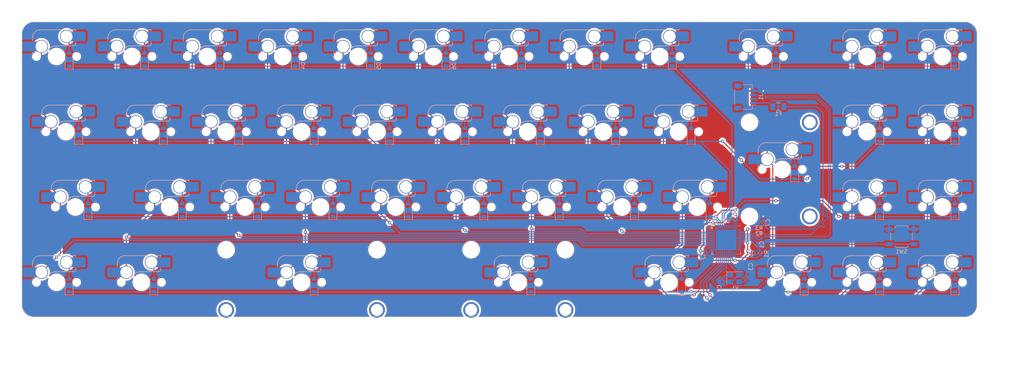
<source format=kicad_pcb>
(kicad_pcb (version 20221018) (generator pcbnew)
  (layers (0 "F.Cu" signal) (31 "B.Cu" signal) (34 "B.Paste" user) (35 "F.Paste" user) (36 "B.SilkS" user "B.Silkscreen") (37 "F.SilkS" user "F.Silkscreen") (38 "B.Mask" user) (39 "F.Mask" user) (44 "Edge.Cuts" user))
  (net 0 "")
  (net 1 "Net-(U1-UCAP)")
  (net 2 "GND")
  (net 3 "XTAL1")
  (net 4 "XTAL2")
  (net 5 "+5V")
  (net 6 "ROW0")
  (net 7 "Net-(D1-A)")
  (net 8 "Net-(D2-A)")
  (net 9 "Net-(D3-A)")
  (net 10 "Net-(D4-A)")
  (net 11 "Net-(D5-A)")
  (net 12 "Net-(D6-A)")
  (net 13 "Net-(D7-A)")
  (net 14 "Net-(D8-A)")
  (net 15 "Net-(D9-A)")
  (net 16 "Net-(D10-A)")
  (net 17 "Net-(D11-A)")
  (net 18 "Net-(D12-A)")
  (net 19 "ROW1")
  (net 20 "Net-(D13-A)")
  (net 21 "Net-(D14-A)")
  (net 22 "Net-(D15-A)")
  (net 23 "Net-(D16-A)")
  (net 24 "Net-(D17-A)")
  (net 25 "Net-(D18-A)")
  (net 26 "Net-(D19-A)")
  (net 27 "Net-(D20-A)")
  (net 28 "Net-(D21-A)")
  (net 29 "Net-(D22-A)")
  (net 30 "Net-(D23-A)")
  (net 31 "Net-(D24-A)")
  (net 32 "ROW2")
  (net 33 "Net-(D25-A)")
  (net 34 "Net-(D26-A)")
  (net 35 "Net-(D27-A)")
  (net 36 "Net-(D28-A)")
  (net 37 "Net-(D29-A)")
  (net 38 "Net-(D30-A)")
  (net 39 "Net-(D31-A)")
  (net 40 "Net-(D32-A)")
  (net 41 "Net-(D33-A)")
  (net 42 "Net-(D34-A)")
  (net 43 "Net-(D35-A)")
  (net 44 "ROW3")
  (net 45 "Net-(D36-A)")
  (net 46 "Net-(D37-A)")
  (net 47 "Net-(D38-A)")
  (net 48 "Net-(D39-A)")
  (net 49 "Net-(D40-A)")
  (net 50 "Net-(D41-A)")
  (net 51 "Net-(D42-A)")
  (net 52 "Net-(D43-A)")
  (net 53 "VCC")
  (net 54 "D-")
  (net 55 "D+")
  (net 56 "COL0")
  (net 57 "COL1")
  (net 58 "COL2")
  (net 59 "COL3")
  (net 60 "COL4")
  (net 61 "COL5")
  (net 62 "COL6")
  (net 63 "COL7")
  (net 64 "COL8")
  (net 65 "COL9")
  (net 66 "COL10")
  (net 67 "COL11")
  (net 68 "Net-(U1-~{RESET})")
  (net 69 "Net-(U1-D+)")
  (net 70 "Net-(U1-D-)")
  (net 71 "Net-(U1-~{HWB}{slash}PE2)")
  (footprint "PCM_marbastlib-mx:STAB_MX_P_3u" (layer "F.Cu") (at 95.25 90.4875 180)
    (fp_text reference "S1" hide)
    (fp_text value "MX_stab")
  )
  (footprint "PCM_marbastlib-mx:STAB_MX_P_2.75u" (layer "F.Cu") (at 150.01875 90.4875 180)
    (fp_text reference "S2" hide)
    (fp_text value "MX_stab")
  )
  (footprint "PCM_marbastlib-mx:STAB_MX_P_ISO-ROT" (layer "F.Cu") (at 216.69375 61.9125)
    (fp_text reference "S3" hide)
    (fp_text value locked "MX_stab")
  )
  (footprint "Diode_SMD:D_SOD-123" (layer "B.Cu") (at 219.86875 62.70625 90)
    (fp_text reference "D22" hide)
    (fp_text value "D_Small")
  )
  (footprint "Diode_SMD:D_SOD-123" (layer "B.Cu") (at 60.325 53.18125 90)
    (fp_text reference "D14" hide)
    (fp_text value "D_Small")
  )
  (footprint "PCM_marbastlib-mx:SW_MX_HS_1u" (layer "B.Cu") (at 157.1625 71.4375 180)
    (fp_text reference "MX31" hide)
    (fp_text value "MX_SW_HS" hide)
  )
  (footprint "Diode_SMD:D_SOD-123" (layer "B.Cu") (at 38.89375 53.18125 90)
    (fp_text reference "D13" hide)
    (fp_text value "D_Small")
  )
  (footprint "PCM_marbastlib-mx:SW_MX_HS_1u" (layer "B.Cu") (at 150.01875 90.4875 180)
    (fp_text reference "MX39" hide)
    (fp_text value "MX_SW_HS" hide)
  )
  (footprint "Capacitor_SMD:C_0402_1005Metric" (layer "B.Cu") (at 209.55 83.089008 90)
    (fp_text reference "C6")
    (fp_text value "0.1u")
  )
  (footprint "Resistor_SMD:R_0402_1005Metric" (layer "B.Cu") (at 210.85375 79.375 180)
    (fp_text reference "R2")
    (fp_text value "22")
  )
  (footprint "Diode_SMD:D_SOD-123" (layer "B.Cu") (at 122.2375 72.23125 90)
    (fp_text reference "D29" hide)
    (fp_text value "D_Small")
  )
  (footprint "Diode_SMD:D_SOD-123" (layer "B.Cu") (at 193.675 53.18125 90)
    (fp_text reference "D21" hide)
    (fp_text value "D_Small")
  )
  (footprint "Diode_SMD:D_SOD-123" (layer "B.Cu") (at 136.525 53.18125 90)
    (fp_text reference "D18" hide)
    (fp_text value "D_Small")
  )
  (footprint "Diode_SMD:D_SOD-123" (layer "B.Cu") (at 41.275 72.23125 90)
    (fp_text reference "D25" hide)
    (fp_text value "D_Small")
  )
  (footprint "PCM_marbastlib-mx:SW_MX_HS_1u" (layer "B.Cu") (at 257.175 71.4375 180)
    (fp_text reference "MX35" hide)
    (fp_text value "MX_SW_HS" hide)
  )
  (footprint "Diode_SMD:D_SOD-123" (layer "B.Cu") (at 55.5625 34.13125 90)
    (fp_text reference "D2" hide)
    (fp_text value "D_Small")
  )
  (footprint "Diode_SMD:D_SOD-123" (layer "B.Cu") (at 260.35 53.18125 90)
    (fp_text reference "D24" hide)
    (fp_text value "D_Small")
  )
  (footprint "PCM_marbastlib-mx:SW_MX_HS_1u" (layer "B.Cu") (at 100.0125 71.4375 180)
    (fp_text reference "MX28" hide)
    (fp_text value "MX_SW_HS" hide)
  )
  (footprint "PCM_marbastlib-mx:SW_MX_HS_1u" (layer "B.Cu") (at 152.4 52.3875 180)
    (fp_text reference "MX19" hide)
    (fp_text value "MX_SW_HS" hide)
  )
  (footprint "Diode_SMD:D_SOD-123" (layer "B.Cu") (at 93.6625 34.13125 90)
    (fp_text reference "D4")
    (fp_text value "D_Small")
  )
  (footprint "PCM_marbastlib-mx:SW_MX_HS_1u" (layer "B.Cu") (at 119.0625 71.4375 180)
    (fp_text reference "MX29" hide)
    (fp_text value "MX_SW_HS" hide)
  )
  (footprint "Diode_SMD:D_SOD-123" (layer "B.Cu") (at 79.375 53.18125 90)
    (fp_text reference "D15" hide)
    (fp_text value "D_Small")
  )
  (footprint "PCM_marbastlib-mx:SW_MX_HS_1u" (layer "B.Cu") (at 257.175 90.4875 180)
    (fp_text reference "MX43" hide)
    (fp_text value "MX_SW_HS" hide)
  )
  (footprint "Diode_SMD:D_SOD-123" (layer "B.Cu") (at 191.29375 91.28125 90)
    (fp_text reference "D40" hide)
    (fp_text value "D_Small")
  )
  (footprint "PCM_marbastlib-mx:SW_MX_HS_1u" (layer "B.Cu") (at 176.2125 71.4375 180)
    (fp_text reference "MX32" hide)
    (fp_text value "MX_SW_HS" hide)
  )
  (footprint "Diode_SMD:D_SOD-123" (layer "B.Cu") (at 141.2875 72.23125 90)
    (fp_text reference "D30" hide)
    (fp_text value "D_Small")
  )
  (footprint "PCM_marbastlib-mx:SW_MX_HS_1.25u" (layer "B.Cu") (at 188.11875 90.4875 180)
    (fp_text reference "MX40" hide)
    (fp_text value "MX_SW_HS" hide)
  )
  (footprint "PCM_marbastlib-mx:SW_MX_HS_1u" (layer "B.Cu") (at 190.5 52.3875 180)
    (fp_text reference "MX21" hide)
    (fp_text value "MX_SW_HS" hide)
  )
  (footprint "Diode_SMD:D_SOD-123" (layer "B.Cu") (at 260.35 72.23125 90)
    (fp_text reference "D35" hide)
    (fp_text value "D_Small")
  )
  (footprint "PCM_marbastlib-mx:SW_MX_HS_1u" (layer "B.Cu") (at 238.125 71.4375 180)
    (fp_text reference "MX34" hide)
    (fp_text value "MX_SW_HS" hide)
  )
  (footprint "Crystal:Crystal_SMD_3225-4Pin_3.2x2.5mm" (layer "B.Cu") (at 204.683641 89.50625)
    (fp_text reference "Y1")
    (fp_text value "16MHz")
  )
  (footprint "PCM_marbastlib-mx:SW_MX_HS_1u" (layer "B.Cu") (at 138.1125 71.4375 180)
    (fp_text reference "MX30" hide)
    (fp_text value "MX_SW_HS" hide)
  )
  (footprint "Diode_SMD:D_SOD-123" (layer "B.Cu") (at 241.3 91.28125 90)
    (fp_text reference "D42" hide)
    (fp_text value "D_Small")
  )
  (footprint "Package_DFN_QFN:QFN-44-1EP_7x7mm_P0.5mm_EP5.2x5.2mm" (layer "B.Cu") (at 202.55 79.77625 180)
    (fp_text reference "U1")
    (fp_text value "ATmega32U4-M")
  )
  (footprint "PCM_marbastlib-mx:SW_MX_HS_1u" (layer "B.Cu") (at 61.9125 71.4375 180)
    (fp_text reference "MX26" hide)
    (fp_text value "MX_SW_HS" hide)
  )
  (footprint "PCM_marbastlib-mx:SW_MX_HS_1u" (layer "B.Cu") (at 71.4375 33.3375 180)
    (fp_text reference "MX3" hide)
    (fp_text value "MX_SW_HS" hide)
  )
  (footprint "Capacitor_SMD:C_0402_1005Metric" (layer "B.Cu") (at 210.34375 80.9625 90)
    (fp_text reference "C1")
    (fp_text value "1u")
  )
  (footprint "Diode_SMD:D_SOD-123" (layer "B.Cu") (at 36.5125 34.13125 90)
    (fp_text reference "D1" hide)
    (fp_text value "D_Small")
  )
  (footprint "PCM_marbastlib-mx:SW_MX_HS_1u" (layer "B.Cu") (at 33.3375 33.3375 180)
    (fp_text reference "MX1" hide)
    (fp_text value "MX_SW_HS" hide)
  )
  (footprint "Diode_SMD:D_SOD-123" (layer "B.Cu") (at 241.3 53.18125 90)
    (fp_text reference "D23" hide)
    (fp_text value "D_Small")
  )
  (footprint "PCM_marbastlib-mx:SW_MX_HS_1u" (layer "B.Cu") (at 90.4875 33.3375 180)
    (fp_text reference "MX4" hide)
    (fp_text value "MX_SW_HS" hide)
  )
  (footprint "Diode_SMD:D_SOD-123" (layer "B.Cu") (at 150.8125 34.13125 90)
    (fp_text reference "D7" hide)
    (fp_text value "D_Small")
  )
  (footprint "PCM_marbastlib-mx:SW_MX_HS_1.75u" (layer "B.Cu") (at 211.93125 33.3375 180)
    (fp_text reference "MX10" hide)
    (fp_text value "MX_SW_HS" hide)
  )
  (footprint "Diode_SMD:D_SOD-123" (layer "B.Cu") (at 117.475 53.18125 90)
    (fp_text reference "D17" hide)
    (fp_text value "D_Small")
  )
  (footprint "Diode_SMD:D_SOD-123" (layer "B.Cu") (at 112.7125 34.13125 90)
    (fp_text reference "D5")
    (fp_text value "D_Small")
  )
  (footprint "PCM_marbastlib-mx:SW_MX_HS_1u" (layer "B.Cu") (at 216.69375 61.9125 180)
    (fp_text reference "MX22" hide)
    (fp_text value "MX_SW_HS" hide)
  )
  (footprint "Capacitor_SMD:C_0402_1005Metric" (layer "B.Cu") (at 211.93125 75.40625 90)
    (fp_text reference "C7")
    (fp_text value "10u")
  )
  (footprint "Diode_SMD:D_SOD-123" (layer "B.Cu") (at 98.425 91.28125 90)
    (fp_text reference "D38" hide)
    (fp_text value "D_Small")
  )
  (footprint "PCM_marbastlib-mx:SW_MX_HS_1.25u" (layer "B.Cu") (at 54.76875 90.4875 180)
    (fp_text reference "MX37" hide)
    (fp_text value "MX_SW_HS" hide)
  )
  (footprint "Diode_SMD:D_SOD-123" (layer "B.Cu") (at 153.19375 91.28125 90)
    (fp_text reference "D39" hide)
    (fp_text value "D_Small")
  )
  (footprint "Diode_SMD:D_SOD-123" (layer "B.Cu") (at 241.3 72.23125 90)
    (fp_text reference "D34" hide)
    (fp_text value "D_Small")
  )
  (footprint "Diode_SMD:D_SOD-123" (layer "B.Cu") (at 160.3375 72.23125 90)
    (fp_text reference "D31" hide)
    (fp_text value "D_Small")
  )
  (footprint "Diode_SMD:D_SOD-123" (layer "B.Cu") (at 260.35 34.13125 90)
    (fp_text reference "D12" hide)
    (fp_text value "D_Small")
  )
  (footprint "Diode_SMD:D_SOD-123" (layer "B.Cu") (at 174.625 53.18125 90)
    (fp_text reference "D20" hide)
    (fp_text value "D_Small")
  )
  (footprint "Diode_SMD:D_SOD-123" (layer "B.Cu") (at 84.1375 72.23125 90)
    (fp_text reference "D27" hide)
    (fp_text value "D_Small")
  )
  (footprint "Diode_SMD:D_SOD-123" (layer "B.Cu") (at 169.8625 34.13125 90)
    (fp_text reference "D8" hide)
    (fp_text value "D_Small")
  )
  (footprint "PCM_marbastlib-mx:SW_MX_HS_1u" (layer "B.Cu") (at 33.3375 90.4875 180)
    (fp_text reference "MX36" hide)
    (fp_text value "MX_SW_HS" hide)
  )
  (footprint "Diode_SMD:D_SOD-123" (layer "B.Cu") (at 222.25 91.28125 90)
    (fp_text reference "D41" hide)
    (fp_text value "D_Small")
  )
  (footprint "PCM_marbastlib-mx:SW_MX_HS_1u" (layer "B.Cu") (at 166.6875 33.3375 180)
    (fp_text reference "MX8" hide)
    (fp_text value "MX_SW_HS" hide)
  )
  (footprint "Diode_SMD:D_SOD-123" (layer "B.Cu") (at 241.3 34.13125 90)
    (fp_text reference "D11" hide)
    (fp_text value "D_Small")
  )
  (footprint "Fuse:Fuse_1206_3216Metric" (layer "B.Cu") (at 215.7125 46.0375)
    (fp_text reference "F1")
    (fp_text value "500mA")
  )
  (footprint "PCM_marbastlib-mx:SW_MX_HS_1u" (layer "B.Cu") (at 195.2625 71.4375 180)
    (fp_text reference locked "MX33" hide)
    (fp_text value "MX_SW_HS" hide)
  )
  (footprint "PCM_marbastlib-mx:SW_MX_HS_1u" (layer "B.Cu") (at 238.125 52.3875 180)
    (fp_text reference "MX23" hide)
    (fp_text value "MX_SW_HS" hide)
  )
  (footprint "Diode_SMD:D_SOD-123" (layer "B.Cu") (at 36.5125 91.28125 90)
    (fp_text reference "D36" hide)
    (fp_text value "D_Small")
  )
  (footprint "Resistor_SMD:R_0402_1005Metric" (layer "B.Cu") (at 210.85375 77.917424 180)
    (fp_text reference "R3")
    (fp_text value "22")
  )
  (footprint "Diode_SMD:D_SOD-123" (layer "B.Cu") (at 155.575 53.18125 90)
    (fp_text reference "D19" hide)
    (fp_text value "D_Small")
  )
  (footprint "Diode_SMD:D_SOD-123" (layer "B.Cu") (at 57.94375 91.28125 90)
    (fp_text reference "D37" hide)
    (fp_text value "D_Small")
  )
  (footprint "Resistor_SMD:R_0402_1005Metric" (layer "B.Cu") (at 211.1375 83.06 -90)
    (fp_text reference "R1")
    (fp_text value "10k")
  )
  (footprint "Connector_JST:JST_SH_SM04B-SRSS-TB_1x04-1MP_P1.00mm_Horizontal" (layer "B.Cu") (at 207.35625 43.586362 90)
    (fp_text reference "J1")
    (fp_text value "Conn_01x04")
  )
  (footprint "PCM_marbastlib-mx:SW_MX_HS_1u" (layer "B.Cu") (at 57.15 52.3875 180)
    (fp_text reference "MX14" hide)
    (fp_text value "MX_SW_HS" hide)
  )
  (footprint "PCM_marbastlib-mx:SW_MX_HS_1u" (layer "B.Cu") (at 95.25 90.4875 180)
    (fp_text reference "MX38" hide)
    (fp_text value "MX_SW_HS" hide)
  )
  (footprint "Diode_SMD:D_SOD-123" (layer "B.Cu") (at 98.425 53.18125 90)
    (fp_text reference "D16" hide)
    (fp_text value "D_Small")
  )
  (footprint "PCM_marbastlib-mx:SW_MX_HS_1u" (layer "B.Cu") (at 185.7375 33.3375 180)
    (fp_text reference "MX9" hide)
    (fp_text value "MX_SW_HS" hide)
  )
  (footprint "Capacitor_SMD:C_0402_1005Metric" (layer "B.Cu") (at 207.55239 89.45 -90)
    (fp_text reference "C3")
    (fp_text value "22p")
  )
  (footprint "Resistor_SMD:R_0402_1005Metric" (layer "B.Cu") (at 197.64375 76.2 90)
    (fp_text reference "R4")
    (fp_text value "10k")
  )
  (footprint "PCM_marbastlib-mx:SW_MX_HS_1.5u" (layer "B.Cu") (at 38.1 71.4375 180)
    (fp_text reference "MX25" hide)
    (fp_text value "MX_SW_HS" hide)
  )
  (footprint "PCM_marbastlib-mx:SW_MX_HS_1.25u" (layer "B.Cu") (at 35.71875 52.3875 180)
    (fp_text reference "MX13" hide)
    (fp_text value "MX_SW_HS" hide)
  )
  (footprint "PCM_marbastlib-mx:SW_MX_HS_1u" (layer "B.Cu") (at 95.25 52.3875 180)
    (fp_text reference "MX16" hide)
    (fp_text value "MX_SW_HS" hide)
  )
  (footprint "Diode_SMD:D_SOD-123" (layer "B.Cu") (at 74.6125 34.13125 90)
    (fp_text reference "D3" hide)
    (fp_text value "D_Small")
  )
  (footprint "PCM_marbastlib-mx:SW_MX_HS_1u" (layer "B.Cu") (at 114.3 52.3875 180)
    (fp_text reference "MX17" hide)
    (fp_text value "MX_SW_HS" hide)
  )
  (footprint "PCM_marbastlib-mx:SW_MX_HS_1u" (layer "B.Cu") (at 238.125 33.3375 180)
    (fp_text reference "MX11" hide)
    (fp_text value "MX_SW_HS" hide)
  )
  (footprint "Diode_SMD:D_SOD-123" (layer "B.Cu") (at 65.0875 72.23125 90)
    (fp_text reference "D26" hide)
    (fp_text value "D_Small")
  )
  (footprint "PCM_marbastlib-mx:SW_MX_HS_1u" (layer "B.Cu") (at 109.5375 33.3375 180)
    (fp_text reference "MX5" hide)
    (fp_text value "MX_SW_HS" hide)
  )
  (footprint "Capacitor_SMD:C_0402_1005Metric" (layer "B.Cu") (at 201.99614 89.50625 90)
    (fp_text reference "C2")
    (fp_text value "22p")
  )
  (footprint "PCM_marbastlib-mx:SW_MX_HS_1u" (layer "B.Cu") (at 52.3875 33.3375 180)
    (fp_text reference "MX2" hide)
    (fp_text value "MX_SW_HS" hide)
  )
  (footprint "PCM_marbastlib-mx:SW_MX_HS_1u" (layer "B.Cu") (at 80.9625 71.4375 180)
    (fp_text reference "MX27" hide)
    (fp_text value "MX_SW_HS" hide)
  )
  (footprint "Diode_SMD:D_SOD-123" (layer "B.Cu") (at 188.9125 34.13125 90)
    (fp_text reference "D9" hide)
    (fp_text value "D_Small")
  )
  (footprint "Diode_SMD:D_SOD-123" (layer "B.Cu") (at 198.4375 72.23125 90)
    (fp_text reference "D33" hide)
    (fp_text value "D_Small")
  )
  (footprint "Diode_SMD:D_SOD-123" (layer "B.Cu") (at 260.35 91.28125 90)
    (fp_text reference "D43" hide)
    (fp_text value "D_Small")
  )
  (footprint "PCM_marbastlib-mx:SW_MX_HS_1u" (layer "B.Cu") (at 76.2 52.3875 180)
    (fp_text reference "MX15" hide)
    (fp_text value "MX_SW_HS" hide)
  )
  (footprint "PCM_marbastlib-mx:SW_MX_HS_1u" (layer "B.Cu") (at 219.075 90.4875 180)
    (fp_text reference "MX41" hide)
    (fp_text value "MX_SW_HS" hide)
  )
  (footprint "Diode_SMD:D_SOD-123" (layer "B.Cu") (at 179.3875 72.23125 90)
    (fp_text reference "D32" hide)
    (fp_text value "D_Small")
  )
  (footprint "Capacitor_SMD:C_0402_1005Metric" (layer "B.Cu") (at 197.304339 83.004339 -45)
    (fp_text reference "C4")
    (fp_text value "0.1u")
  )
  (footprint "Diode_SMD:D_SOD-123" (layer "B.Cu") (at 103.1875 72.23125 90)
    (fp_text reference "D28" hide)
    (fp_text value "D_Small")
  )
  (footprint "PCM_marbastlib-mx:SW_MX_HS_1u" (layer "B.Cu") (at 257.175 33.3375 180)
    (fp_text reference "MX12" hide)
    (fp_text value "MX_SW_HS" hide)
  )
  (footprint "PCM_marbastlib-mx:SW_MX_HS_1u" (layer "B.Cu") (at 171.45 52.3875 180)
    (fp_text reference "MX20" hide)
    (fp_text value "MX_SW_HS" hide)
  )
  (footprint "PCM_marbastlib-mx:SW_MX_HS_1u" (layer "B.Cu") (at 128.5875 33.3375 180)
    (fp_text reference "MX6" hide)
    (fp_text value "MX_SW_HS" hide)
  )
  (footprint "Diode_SMD:D_SOD-123" (layer "B.Cu") (at 215.10625 34.13125 90)
    (fp_text reference "D10" hide)
    (fp_text value "D_Small")
  )
  (footprint "Button_Switch_SMD:SW_SPST_TL3342" (layer "B.Cu") (at 246.85625 78.934888)
    (fp_text reference "SW1")
    (fp_text value "SW_Push")
  )
  (footprint "PCM_marbastlib-mx:SW_MX_HS_1u" (layer "B.Cu") (at 133.35 52.3875 180)
    (fp_text reference "MX18" hide)
    (fp_text value "MX_SW_HS" hide)
  )
  (footprint "Capacitor_SMD:C_0402_1005Metric" (layer "B.Cu") (at 204.7875 74.6125 180)
    (fp_text reference "C5")
    (fp_text value "0.1u")
  )
  (footprint "PCM_marbastlib-mx:SW_MX_HS_1u" (layer "B.Cu") (at 238.125 90.4875 180)
    (fp_text reference "MX42" hide)
    (fp_text value "MX_SW_HS" hide)
  )
  (footprint "Diode_SMD:D_SOD-123" (layer "B.Cu") (at 131.7625 34.13125 90)
    (fp_text reference "D6")
    (fp_text value "D_Small")
  )
  (footprint "PCM_marbastlib-mx:SW_MX_HS_1u" (layer "B.Cu") (at 147.6375 33.3375 180)
    (fp_text reference "MX7" hide)
    (fp_text value "MX_SW_HS" hide)
  )
  (footprint "PCM_marbastlib-mx:SW_MX_HS_1u" (layer "B.Cu") (at 257.175 52.3875 180)
    (fp_text reference "MX24" hide)
    (fp_text value "MX_SW_HS" hide)
  )
  (gr_line (start 24.60625 27.60625) (end 24.60625 96.21875) (stroke (width 0.1)) (layer "Edge.Cuts"))
  (gr_arc (start 265.90625 96.21875) (mid 265.02757 98.34007) (end 262.90625 99.21875) (stroke (width 0.1)) (layer "Edge.Cuts"))
  (gr_arc (start 27.60625 99.21875) (mid 25.48493 98.34007) (end 24.60625 96.21875) (stroke (width 0.1)) (layer "Edge.Cuts"))
  (gr_line (start 262.90625 24.60625) (end 27.60625 24.60625) (stroke (width 0.1)) (layer "Edge.Cuts"))
  (gr_arc (start 24.60625 27.60625) (mid 25.48493 25.48493) (end 27.60625 24.60625) (stroke (width 0.1)) (layer "Edge.Cuts"))
  (gr_line (start 265.90625 96.21875) (end 265.90625 27.60625) (stroke (width 0.1)) (layer "Edge.Cuts"))
  (gr_arc (start 262.90625 24.60625) (mid 265.027556 25.484944) (end 265.90625 27.60625) (stroke (width 0.1)) (layer "Edge.Cuts"))
  (gr_line (start 27.60625 99.21875) (end 262.90625 99.21875) (stroke (width 0.1)) (layer "Edge.Cuts"))
  (segment (start 208.667062 79.77625) (end 210.333312 81.4425) (width 0.254) (layer "B.Cu") (net 1))
  (segment (start 210.333312 81.4425) (end 210.34375 81.4425) (width 0.254) (layer "B.Cu") (net 1))
  (segment (start 205.8875 79.77625) (end 208.667062 79.77625) (width 0.254) (layer "B.Cu") (net 1))
  (via (at 211.93125 42.06875) (size 0.8) (drill 0.4) (layers "F.Cu" "B.Cu") (net 2))
  (via (at 211.93125 73.81875) (size 0.8) (drill 0.4) (layers "F.Cu" "B.Cu") (net 2))
  (segment (start 207.86614 88.97) (end 207.55239 88.97) (width 0.25) (layer "B.Cu") (net 2))
  (segment (start 204.3075 74.6125) (end 204.55 74.855) (width 0.254) (layer "B.Cu") (net 2))
  (segment (start 210.98075 81.109062) (end 210.354188 80.4825) (width 0.254) (layer "B.Cu") (net 2))
  (segment (start 208.34614 89.45) (end 207.86614 88.97) (width 0.25) (layer "B.Cu") (net 2))
  (segment (start 200.55 75.1375) (end 200.55 76.43875) (width 0.254) (layer "B.Cu") (net 2))
  (segment (start 250.00625 77.034888) (end 243.70625 77.034888) (width 0.254) (layer "B.Cu") (net 2))
  (segment (start 198.71125 82.27625) (end 199.2125 82.27625) (width 0.254) (layer "B.Cu") (net 2))
  (segment (start 202.301992 79.77625) (end 202.55 79.77625) (width 0.25) (layer "B.Cu") (net 2))
  (segment (start 203.58364 90.356251) (end 203.83364 90.356251) (width 0.25) (layer "B.Cu") (net 2))
  (segment (start 199.2125 82.276251) (end 199.801991 82.276251) (width 0.25) (layer "B.Cu") (net 2))
  (segment (start 204.55 74.855) (end 204.55 76.43875) (width 0.254) (layer "B.Cu") (net 2))
  (segment (start 209.1375 79.27625) (end 205.8875 79.27625) (width 0.254) (layer "B.Cu") (net 2))
  (segment (start 207.55239 87.838603) (end 206.995037 87.28125) (width 0.25) (layer "B.Cu") (net 2))
  (segment (start 197.64375 75.69) (end 198.6755 74.65825) (width 0.254) (layer "B.Cu") (net 2))
  (segment (start 203.55 82.528242) (end 202.778008 81.75625) (width 0.25) (layer "B.Cu") (net 2))
  (segment (start 210.98075 81.913) (end 210.98075 81.109062) (width 0.254) (layer "B.Cu") (net 2))
  (segment (start 210.34375 80.4825) (end 209.1375 79.27625) (width 0.254) (layer "B.Cu") (net 2))
  (segment (start 205.8875 79.27625) (end 203.05 79.27625) (width 0.254) (layer "B.Cu") (net 2))
  (segment (start 203.58364 90.356251) (end 204.508639 91.28125) (width 0.25) (layer "B.Cu") (net 2))
  (segment (start 243.70625 77.034888) (end 240.36025 80.380888) (width 0.254) (layer "B.Cu") (net 2))
  (segment (start 240.36025 80.380888) (end 212.022424 80.380888) (width 0.254) (layer "B.Cu") (net 2))
  (segment (start 202.778008 81.75625) (end 200.025 81.75625) (width 0.25) (layer "B.Cu") (net 2))
  (segment (start 206.995037 87.28125) (end 205.55 87.28125) (width 0.25) (layer "B.Cu") (net 2))
  (segment (start 207.16875 91.28125) (end 208.34614 90.103859) (width 0.25) (layer "B.Cu") (net 2))
  (segment (start 200.55 76.438751) (end 200.55 77.77625) (width 0.25) (layer "B.Cu") (net 2))
  (segment (start 203.58364 90.356251) (end 202.36614 90.35625) (width 0.25) (layer "B.Cu") (net 2))
  (segment (start 211.93125 74.92625) (end 211.93125 73.81875) (width 0.254) (layer "B.Cu") (net 2))
  (segment (start 198.6755 74.65825) (end 200.07075 74.65825) (width 0.254) (layer "B.Cu") (net 2))
  (segment (start 200.07075 74.65825) (end 200.55 75.1375) (width 0.254) (layer "B.Cu") (net 2))
  (segment (start 204.55 76.438751) (end 204.55 77.77625) (width 0.25) (layer "B.Cu") (net 2))
  (segment (start 205.55 87.28125) (end 203.55 85.28125) (width 0.25) (layer "B.Cu") (net 2))
  (segment (start 199.801991 82.276251) (end 202.301992 79.77625) (width 0.25) (layer "B.Cu") (net 2))
  (segment (start 203.983639 90.35625) (end 203.58364 90.356251) (width 0.25) (layer "B.Cu") (net 2))
  (segment (start 204.508639 91.28125) (end 207.16875 91.28125) (width 0.25) (layer "B.Cu") (net 2))
  (segment (start 203.55 83.11375) (end 203.55 82.528242) (width 0.25) (layer "B.Cu") (net 2))
  (segment (start 202.36614 90.35625) (end 201.99614 89.98625) (width 0.25) (layer "B.Cu") (net 2))
  (segment (start 207.55239 88.97) (end 207.55239 87.838603) (width 0.25) (layer "B.Cu") (net 2))
  (segment (start 209.35625 42.086362) (end 211.913638 42.086362) (width 0.381) (layer "B.Cu") (net 2))
  (segment (start 205.78364 88.65625) (end 205.683639 88.65625) (width 0.25) (layer "B.Cu") (net 2))
  (segment (start 210.354188 80.4825) (end 210.34375 80.4825) (width 0.254) (layer "B.Cu") (net 2))
  (segment (start 203.55 85.28125) (end 203.55 83.11375) (width 0.25) (layer "B.Cu") (net 2))
  (segment (start 204.3075 74.6125) (end 204.23625 74.6125) (width 0.254) (layer "B.Cu") (net 2))
  (segment (start 209.55 82.609008) (end 210.284742 82.609008) (width 0.254) (layer "B.Cu") (net 2))
  (segment (start 210.284742 82.609008) (end 210.98075 81.913) (width 0.254) (layer "B.Cu") (net 2))
  (segment (start 197.64375 83.34375) (end 198.71125 82.27625) (width 0.254) (layer "B.Cu") (net 2))
  (segment (start 208.34614 90.103859) (end 208.34614 89.45) (width 0.25) (layer "B.Cu") (net 2))
  (segment (start 205.683639 88.65625) (end 203.983639 90.35625) (width 0.25) (layer "B.Cu") (net 2))
  (segment (start 211.913638 42.086362) (end 211.93125 42.06875) (width 0.381) (layer "B.Cu") (net 2))
  (segment (start 203.58364 88.65625) (end 202.366141 88.656251) (width 0.25) (layer "B.Cu") (net 3))
  (segment (start 202.55 87.62261) (end 203.58364 88.65625) (width 0.25) (layer "B.Cu") (net 3))
  (segment (start 202.55 83.11375) (end 202.55 87.62261) (width 0.25) (layer "B.Cu") (net 3))
  (segment (start 202.366141 88.656251) (end 201.996141 89.026251) (width 0.25) (layer "B.Cu") (net 3))
  (segment (start 205.20625 87.73125) (end 203.05 85.575) (width 0.25) (layer "B.Cu") (net 4))
  (segment (start 203.05 85.575) (end 203.05 83.11375) (width 0.25) (layer "B.Cu") (net 4))
  (segment (start 206.03364 90.356251) (end 206.808641 89.58125) (width 0.25) (layer "B.Cu") (net 4))
  (segment (start 207.126139 90.35625) (end 206.03364 90.356251) (width 0.25) (layer "B.Cu") (net 4))
  (segment (start 206.808641 87.73125) (end 205.20625 87.73125) (width 0.25) (layer "B.Cu") (net 4))
  (segment (start 207.55239 89.93) (end 207.126139 90.35625) (width 0.25) (layer "B.Cu") (net 4))
  (segment (start 206.808641 89.58125) (end 206.808641 87.73125) (width 0.25) (layer "B.Cu") (net 4))
  (segment (start 204.7875 73.230753) (end 203.787997 73.230753) (width 0.254) (layer "F.Cu") (net 5))
  (segment (start 207.9625 82.55) (end 207.9625 76.99375) (width 0.254) (layer "F.Cu") (net 5))
  (segment (start 201.6125 75.40625) (end 199.23125 75.40625) (width 0.254) (layer "F.Cu") (net 5))
  (segment (start 196.85 80.9625) (end 196.85 76.2) (width 0.254) (layer "F.Cu") (net 5))
  (segment (start 196.85 84.93125) (end 204.7875 84.93125) (width 0.254) (layer "F.Cu") (net 5))
  (segment (start 196.05625 82.55) (end 196.05625 84.1375) (width 0.254) (layer "F.Cu") (net 5))
  (segment (start 196.85 76.2) (end 197.64375 75.40625) (width 0.254) (layer "F.Cu") (net 5))
  (segment (start 196.05625 84.1375) (end 196.85 84.93125) (width 0.254) (layer "F.Cu") (net 5))
  (segment (start 204.7875 84.93125) (end 206.375 84.93125) (width 0.254) (layer "F.Cu") (net 5))
  (segment (start 196.05625 82.55) (end 196.05625 81.75625) (width 0.254) (layer "F.Cu") (net 5))
  (segment (start 196.05625 81.75625) (end 196.85 80.9625) (width 0.254) (layer "F.Cu") (net 5))
  (segment (start 206.375 84.93125) (end 207.9625 83.34375) (width 0.254) (layer "F.Cu") (net 5))
  (segment (start 203.787997 73.230753) (end 201.6125 75.40625) (width 0.254) (layer "F.Cu") (net 5))
  (segment (start 197.64375 75.40625) (end 199.23125 75.40625) (width 0.254) (layer "F.Cu") (net 5))
  (segment (start 207.9625 83.34375) (end 207.9625 82.55) (width 0.254) (layer "F.Cu") (net 5))
  (via (at 199.23125 75.40625) (size 0.8) (drill 0.4) (layers "F.Cu" "B.Cu") (net 5))
  (via (at 207.9625 82.55) (size 0.8) (drill 0.4) (layers "F.Cu" "B.Cu") (net 5))
  (via (at 196.05625 82.55) (size 0.8) (drill 0.4) (layers "F.Cu" "B.Cu") (net 5))
  (via (at 207.9625 80.50275) (size 0.8) (drill 0.4) (layers "F.Cu" "B.Cu") (net 5))
  (via (at 207.9625 76.99375) (size 0.8) (drill 0.4) (layers "F.Cu" "B.Cu") (net 5))
  (via (at 204.7875 73.230753) (size 0.8) (drill 0.4) (layers "F.Cu" "B.Cu") (net 5))
  (via (at 204.7875 84.93125) (size 0.8) (drill 0.4) (layers "F.Cu" "B.Cu") (net 5))
  (segment (start 227.0125 74.6125) (end 227.0125 47.625) (width 0.254) (layer "B.Cu") (net 5))
  (segment (start 196.171178 82.664928) (end 196.05625 82.55) (width 0.254) (layer "B.Cu") (net 5))
  (segment (start 200.05 76.43875) (end 200.05 76.225) (width 0.254) (layer "B.Cu") (net 5))
  (segment (start 224.63125 76.99375) (end 227.0125 74.6125) (width 0.254) (layer "B.Cu") (net 5))
  (segment (start 225.425 46.0375) (end 217.1125 46.0375) (width 0.254) (layer "B.Cu") (net 5))
  (segment (start 211.93125 75.88625) (end 213.03875 76.99375) (width 0.254) (layer "B.Cu") (net 5))
  (segment (start 208.981508 83.569008) (end 207.9625 82.55) (width 0.254) (layer "B.Cu") (net 5))
  (segment (start 213.03875 76.99375) (end 224.63125 76.99375) (width 0.254) (layer "B.Cu") (net 5))
  (segment (start 211.1375 82.55) (end 210.118492 83.569008) (width 0.254) (layer "B.Cu") (net 5))
  (segment (start 205.8875 80.27625) (end 207.736 80.27625) (width 0.254) (layer "B.Cu") (net 5))
  (segment (start 209.55 83.569008) (end 208.981508 83.569008) (width 0.254) (layer "B.Cu") (net 5))
  (segment (start 200.05 76.225) (end 199.23125 75.40625) (width 0.254) (layer "B.Cu") (net 5))
  (segment (start 199.2125 81.77625) (end 197.853606 81.77625) (width 0.254) (layer "B.Cu") (net 5))
  (segment (start 210.82375 76.99375) (end 207.9625 76.99375) (width 0.254) (layer "B.Cu") (net 5))
  (segment (start 205.2675 73.710753) (end 205.2675 74.6125) (width 0.254) (layer "B.Cu") (net 5))
  (segment (start 204.7875 73.230753) (end 205.2675 73.710753) (width 0.254) (layer "B.Cu") (net 5))
  (segment (start 207.18 77.77625) (end 205.8875 77.77625) (width 0.254) (layer "B.Cu") (net 5))
  (segment (start 205.05 76.43875) (end 205.05 74.83) (width 0.254) (layer "B.Cu") (net 5))
  (segment (start 204.7875 84.93125) (end 204.485414 84.93125) (width 0.254) (layer "B.Cu") (net 5))
  (segment (start 204.485414 84.93125) (end 203.99375 84.439586) (width 0.254) (layer "B.Cu") (net 5))
  (segment (start 203.99375 84.439586) (end 204.05 84.383336) (width 0.254) (layer "B.Cu") (net 5))
  (segment (start 210.118492 83.569008) (end 209.55 83.569008) (width 0.254) (layer "B.Cu") (net 5))
  (segment (start 207.736 80.27625) (end 207.9625 80.50275) (width 0.254) (layer "B.Cu") (net 5))
  (segment (start 211.93125 75.88625) (end 210.82375 76.99375) (width 0.254) (layer "B.Cu") (net 5))
  (segment (start 196.964928 82.664928) (end 196.171178 82.664928) (width 0.254) (layer "B.Cu") (net 5))
  (segment (start 197.853606 81.77625) (end 196.964928 82.664928) (width 0.254) (layer "B.Cu") (net 5))
  (segment (start 227.0125 47.625) (end 225.425 46.0375) (width 0.254) (layer "B.Cu") (net 5))
  (segment (start 205.05 74.83) (end 205.2675 74.6125) (width 0.254) (layer "B.Cu") (net 5))
  (segment (start 204.05 84.383336) (end 204.05 83.11375) (width 0.254) (layer "B.Cu") (net 5))
  (segment (start 207.9625 76.99375) (end 207.18 77.77625) (width 0.254) (layer "B.Cu") (net 5))
  (segment (start 202.05 73.229552) (end 202.05 76.43875) (width 0.254) (layer "B.Cu") (net 6))
  (segment (start 203.99375 71.285802) (end 202.05 73.229552) (width 0.254) (layer "B.Cu") (net 6))
  (segment (start 260.35 35.78125) (end 36.5125 35.78125) (width 0.25) (layer "B.Cu") (net 6))
  (segment (start 188.9125 35.78125) (end 203.99375 50.8625) (width 0.254) (layer "B.Cu") (net 6))
  (segment (start 203.99375 50.8625) (end 203.99375 71.285802) (width 0.254) (layer "B.Cu") (net 6))
  (segment (start 36.5125 28.8925) (end 36.5125 32.48125) (width 0.25) (layer "B.Cu") (net 7))
  (segment (start 35.8775 28.2575) (end 36.5125 28.8925) (width 0.25) (layer "B.Cu") (net 7))
  (segment (start 55.5625 28.8925) (end 55.5625 32.48125) (width 0.25) (layer "B.Cu") (net 8))
  (segment (start 54.9275 28.2575) (end 55.5625 28.8925) (width 0.25) (layer "B.Cu") (net 8))
  (segment (start 74.6125 28.8925) (end 74.6125 32.48125) (width 0.25) (layer "B.Cu") (net 9))
  (segment (start 73.9775 28.2575) (end 74.6125 28.8925) (width 0.25) (layer "B.Cu") (net 9))
  (segment (start 93.0275 28.2575) (end 93.6625 28.8925) (width 0.25) (layer "B.Cu") (net 10))
  (segment (start 93.6625 28.8925) (end 93.6625 32.48125) (width 0.25) (layer "B.Cu") (net 10))
  (segment (start 112.7125 28.8925) (end 112.7125 32.48125) (width 0.25) (layer "B.Cu") (net 11))
  (segment (start 112.0775 28.2575) (end 112.7125 28.8925) (width 0.25) (layer "B.Cu") (net 11))
  (segment (start 131.1275 28.2575) (end 131.7625 28.8925) (width 0.25) (layer "B.Cu") (net 12))
  (segment (start 131.7625 28.8925) (end 131.7625 32.48125) (width 0.25) (layer "B.Cu") (net 12))
  (segment (start 150.8125 28.8925) (end 150.8125 32.48125) (width 0.25) (layer "B.Cu") (net 13))
  (segment (start 150.1775 28.2575) (end 150.8125 28.8925) (width 0.25) (layer "B.Cu") (net 13))
  (segment (start 169.2275 28.2575) (end 169.8625 28.8925) (width 0.25) (layer "B.Cu") (net 14))
  (segment (start 169.8625 28.8925) (end 169.8625 32.48125) (width 0.25) (layer "B.Cu") (net 14))
  (segment (start 188.2775 28.2575) (end 188.9125 28.8925) (width 0.25) (layer "B.Cu") (net 15))
  (segment (start 188.9125 28.8925) (end 188.9125 32.48125) (width 0.25) (layer "B.Cu") (net 15))
  (segment (start 215.10625 28.8925) (end 215.10625 32.48125) (width 0.25) (layer "B.Cu") (net 16))
  (segment (start 214.47125 28.2575) (end 215.10625 28.8925) (width 0.25) (layer "B.Cu") (net 16))
  (segment (start 241.3 28.8925) (end 241.3 32.48125) (width 0.25) (layer "B.Cu") (net 17))
  (segment (start 240.665 28.2575) (end 241.3 28.8925) (width 0.25) (layer "B.Cu") (net 17))
  (segment (start 260.35 28.8925) (end 260.35 32.48125) (width 0.25) (layer "B.Cu") (net 18))
  (segment (start 259.715 28.2575) (end 260.35 28.8925) (width 0.25) (layer "B.Cu") (net 18))
  (segment (start 231.775 61.11875) (end 226.21875 61.11875) (width 0.254) (layer "F.Cu") (net 19))
  (segment (start 226.21875 61.11875) (end 223.04375 64.29375) (width 0.254) (layer "F.Cu") (net 19))
  (segment (start 201.6125 54.76875) (end 206.375 59.53125) (width 0.254) (layer "F.Cu") (net 19))
  (via (at 206.375 59.53125) (size 0.8) (drill 0.4) (layers "F.Cu" "B.Cu") (net 19))
  (via (at 201.6125 54.76875) (size 0.8) (drill 0.4) (layers "F.Cu" "B.Cu") (net 19))
  (via (at 223.04375 64.29375) (size 0.8) (drill 0.4) (layers "F.Cu" "B.Cu") (net 19))
  (via (at 231.775 61.11875) (size 0.8) (drill 0.4) (layers "F.Cu" "B.Cu") (net 19))
  (segment (start 193.675 54.83125) (end 196.05625 54.83125) (width 0.254) (layer "B.Cu") (net 19))
  (segment (start 211.2 64.35625) (end 206.375 59.53125) (width 0.254) (layer "B.Cu") (net 19))
  (segment (start 196.11875 54.83125) (end 203.53975 62.25225) (width 0.254) (layer "B.Cu") (net 19))
  (segment (start 203.53975 62.25225) (end 203.53975 71.09775) (width 0.254) (layer "B.Cu") (net 19))
  (segment (start 201.55 54.83125) (end 196.05625 54.83125) (width 0.254) (layer "B.Cu") (net 19))
  (segment (start 196.05625 54.83125) (end 196.11875 54.83125) (width 0.254) (layer "B.Cu") (net 19))
  (segment (start 223.04375 64.29375) (end 222.98125 64.35625) (width 0.254) (layer "B.Cu") (net 19))
  (segment (start 201.55 73.0875) (end 201.55 76.43875) (width 0.254) (layer "B.Cu") (net 19))
  (segment (start 203.53975 71.09775) (end 201.55 73.0875) (width 0.254) (layer "B.Cu") (net 19))
  (segment (start 219.86875 64.35625) (end 211.2 64.35625) (width 0.254) (layer "B.Cu") (net 19))
  (segment (start 193.675 54.83125) (end 38.89375 54.83125) (width 0.254) (layer "B.Cu") (net 19))
  (segment (start 241.3 54.83125) (end 235.0125 61.11875) (width 0.254) (layer "B.Cu") (net 19))
  (segment (start 260.35 54.83125) (end 241.3 54.83125) (width 0.254) (layer "B.Cu") (net 19))
  (segment (start 222.98125 64.35625) (end 219.86875 64.35625) (width 0.254) (layer "B.Cu") (net 19))
  (segment (start 201.6125 54.76875) (end 201.55 54.83125) (width 0.254) (layer "B.Cu") (net 19))
  (segment (start 235.0125 61.11875) (end 231.775 61.11875) (width 0.254) (layer "B.Cu") (net 19))
  (segment (start 38.89375 47.9425) (end 38.89375 51.53125) (width 0.25) (layer "B.Cu") (net 20))
  (segment (start 38.25875 47.3075) (end 38.89375 47.9425) (width 0.25) (layer "B.Cu") (net 20))
  (segment (start 59.69 47.3075) (end 60.325 47.9425) (width 0.25) (layer "B.Cu") (net 21))
  (segment (start 60.325 47.9425) (end 60.325 51.53125) (width 0.25) (layer "B.Cu") (net 21))
  (segment (start 79.375 47.9425) (end 79.375 51.53125) (width 0.25) (layer "B.Cu") (net 22))
  (segment (start 78.74 47.3075) (end 79.375 47.9425) (width 0.25) (layer "B.Cu") (net 22))
  (segment (start 98.425 47.9425) (end 98.425 51.53125) (width 0.25) (layer "B.Cu") (net 23))
  (segment (start 97.79 47.3075) (end 98.425 47.9425) (width 0.25) (layer "B.Cu") (net 23))
  (segment (start 117.475 47.9425) (end 117.475 51.53125) (width 0.25) (layer "B.Cu") (net 24))
  (segment (start 116.84 47.3075) (end 117.475 47.9425) (width 0.25) (layer "B.Cu") (net 24))
  (segment (start 135.89 47.3075) (end 136.525 47.9425) (width 0.25) (layer "B.Cu") (net 25))
  (segment (start 136.525 47.9425) (end 136.525 51.53125) (width 0.25) (layer "B.Cu") (net 25))
  (segment (start 155.575 47.9425) (end 155.575 51.53125) (width 0.25) (layer "B.Cu") (net 26))
  (segment (start 154.94 47.3075) (end 155.575 47.9425) (width 0.25) (layer "B.Cu") (net 26))
  (segment (start 173.99 47.3075) (end 174.625 47.9425) (width 0.25) (layer "B.Cu") (net 27))
  (segment (start 174.625 47.9425) (end 174.625 51.53125) (width 0.25) (layer "B.Cu") (net 27))
  (segment (start 193.04 47.3075) (end 193.675 47.9425) (width 0.25) (layer "B.Cu") (net 28))
  (segment (start 193.675 47.9425) (end 193.675 51.53125) (width 0.25) (layer "B.Cu") (net 28))
  (segment (start 219.23375 56.8325) (end 219.86875 57.4675) (width 0.25) (layer "B.Cu") (net 29))
  (segment (start 219.86875 57.4675) (end 219.86875 61.05625) (width 0.25) (layer "B.Cu") (net 29))
  (segment (start 240.665 47.3075) (end 241.3 47.9425) (width 0.25) (layer "B.Cu") (net 30))
  (segment (start 241.3 47.9425) (end 241.3 51.53125) (width 0.25) (layer "B.Cu") (net 30))
  (segment (start 260.35 47.9425) (end 260.35 51.53125) (width 0.25) (layer "B.Cu") (net 31))
  (segment (start 259.715 47.3075) (end 260.35 47.9425) (width 0.25) (layer "B.Cu") (net 31))
  (segment (start 230.98125 73.81875) (end 227.0125 69.85) (width 0.254) (layer "F.Cu") (net 32))
  (segment (start 227.0125 69.85) (end 215.10625 69.85) (width 0.254) (layer "F.Cu") (net 32))
  (segment (start 204.7875 72.23125) (end 201.585802 72.23125) (width 0.254) (layer "F.Cu") (net 32))
  (segment (start 201.585802 72.23125) (end 199.935802 73.88125) (width 0.254) (layer "F.Cu") (net 32))
  (via (at 199.935802 73.88125) (size 0.8) (drill 0.4) (layers "F.Cu" "B.Cu") (net 32))
  (via (at 204.7875 72.23125) (size 0.8) (drill 0.4) (layers "F.Cu" "B.Cu") (net 32))
  (via (at 215.10625 69.85) (size 0.8) (drill 0.4) (layers "F.Cu" "B.Cu") (net 32))
  (via (at 230.98125 73.81875) (size 0.8) (drill 0.4) (layers "F.Cu" "B.Cu") (net 32))
  (segment (start 198.4375 73.88125) (end 41.275 73.88125) (width 0.25) (layer "B.Cu") (net 32))
  (segment (start 241.2375 73.81875) (end 241.3 73.88125) (width 0.254) (layer "B.Cu") (net 32))
  (segment (start 198.4375 73.88125) (end 199.935802 73.88125) (width 0.254) (layer "B.Cu") (net 32))
  (segment (start 230.98125 73.81875) (end 241.2375 73.81875) (width 0.254) (layer "B.Cu") (net 32))
  (segment (start 199.935802 73.88125) (end 201.05 74.995448) (width 0.254) (layer "B.Cu") (net 32))
  (segment (start 215.10625 69.85) (end 207.16875 69.85) (width 0.254) (layer "B.Cu") (net 32))
  (segment (start 260.35 73.88125) (end 241.3 73.88125) (width 0.25) (layer "B.Cu") (net 32))
  (segment (start 207.16875 69.85) (end 204.7875 72.23125) (width 0.254) (layer "B.Cu") (net 32))
  (segment (start 201.05 74.995448) (end 201.05 76.43875) (width 0.254) (layer "B.Cu") (net 32))
  (segment (start 41.275 66.9925) (end 41.275 70.58125) (width 0.25) (layer "B.Cu") (net 33))
  (segment (start 40.64 66.3575) (end 41.275 66.9925) (width 0.25) (layer "B.Cu") (net 33))
  (segment (start 64.4525 66.3575) (end 65.0875 66.9925) (width 0.25) (layer "B.Cu") (net 34))
  (segment (start 65.0875 66.9925) (end 65.0875 70.58125) (width 0.25) (layer "B.Cu") (net 34))
  (segment (start 83.5025 66.3575) (end 84.1375 66.9925) (width 0.25) (layer "B.Cu") (net 35))
  (segment (start 84.1375 66.9925) (end 84.1375 70.58125) (width 0.25) (layer "B.Cu") (net 35))
  (segment (start 103.1875 66.9925) (end 103.1875 70.58125) (width 0.25) (layer "B.Cu") (net 36))
  (segment (start 102.5525 66.3575) (end 103.1875 66.9925) (width 0.25) (layer "B.Cu") (net 36))
  (segment (start 121.6025 66.3575) (end 122.2375 66.9925) (width 0.25) (layer "B.Cu") (net 37))
  (segment (start 122.2375 66.9925) (end 122.2375 70.58125) (width 0.25) (layer "B.Cu") (net 37))
  (segment (start 140.6525 66.3575) (end 141.2875 66.9925) (width 0.25) (layer "B.Cu") (net 38))
  (segment (start 141.2875 66.9925) (end 141.2875 70.58125) (width 0.25) (layer "B.Cu") (net 38))
  (segment (start 160.3375 66.9925) (end 160.3375 70.58125) (width 0.25) (layer "B.Cu") (net 39))
  (segment (start 159.7025 66.3575) (end 160.3375 66.9925) (width 0.25) (layer "B.Cu") (net 39))
  (segment (start 179.3875 66.9925) (end 179.3875 70.58125) (width 0.25) (layer "B.Cu") (net 40))
  (segment (start 178.7525 66.3575) (end 179.3875 66.9925) (width 0.25) (layer "B.Cu") (net 40))
  (segment (start 198.4375 66.9925) (end 198.4375 70.58125) (width 0.25) (layer "B.Cu") (net 41))
  (segment (start 197.8025 66.3575) (end 198.4375 66.9925) (width 0.25) (layer "B.Cu") (net 41))
  (segment (start 240.665 66.3575) (end 241.3 66.9925) (width 0.25) (layer "B.Cu") (net 42))
  (segment (start 241.3 66.9925) (end 241.3 70.58125) (width 0.25) (layer "B.Cu") (net 42))
  (segment (start 259.715 66.3575) (end 260.35 66.9925) (width 0.25) (layer "B.Cu") (net 43))
  (segment (start 260.35 66.9925) (end 260.35 70.58125) (width 0.25) (layer "B.Cu") (net 43))
  (segment (start 193.675 92.86875) (end 218.086503 92.86875) (width 0.254) (layer "F.Cu") (net 44))
  (segment (start 218.086503 92.86875) (end 218.199438 92.981685) (width 0.254) (layer "F.Cu") (net 44))
  (via (at 193.675 92.86875) (size 0.8) (drill 0.4) (layers "F.Cu" "B.Cu") (net 44))
  (via (at 218.199438 92.981685) (size 0.8) (drill 0.4) (layers "F.Cu" "B.Cu") (net 44))
  (segment (start 193.6125 92.93125) (end 36.5125 92.93125) (width 0.25) (layer "B.Cu") (net 44))
  (segment (start 191.29375 92.93125) (end 192.525595 92.93125) (width 0.254) (layer "B.Cu") (net 44))
  (segment (start 218.199438 92.981685) (end 218.249873 92.93125) (width 0.25) (layer "B.Cu") (net 44))
  (segment (start 218.249873 92.93125) (end 260.35 92.93125) (width 0.25) (layer "B.Cu") (net 44))
  (segment (start 192.525595 92.93125) (end 200.05 85.406845) (width 0.254) (layer "B.Cu") (net 44))
  (segment (start 200.05 85.406845) (end 200.05 83.11375) (width 0.254) (layer "B.Cu") (net 44))
  (segment (start 36.5125 86.0425) (end 36.5125 89.63125) (width 0.25) (layer "B.Cu") (net 45))
  (segment (start 35.8775 85.4075) (end 36.5125 86.0425) (width 0.25) (layer "B.Cu") (net 45))
  (segment (start 57.30875 85.4075) (end 57.94375 86.0425) (width 0.25) (layer "B.Cu") (net 46))
  (segment (start 57.94375 86.0425) (end 57.94375 89.63125) (width 0.25) (layer "B.Cu") (net 46))
  (segment (start 98.425 86.0425) (end 98.425 89.63125) (width 0.25) (layer "B.Cu") (net 47))
  (segment (start 97.79 85.4075) (end 98.425 86.0425) (width 0.25) (layer "B.Cu") (net 47))
  (segment (start 152.55875 85.4075) (end 153.19375 86.0425) (width 0.25) (layer "B.Cu") (net 48))
  (segment (start 153.19375 86.0425) (end 153.19375 89.63125) (width 0.25) (layer "B.Cu") (net 48))
  (segment (start 190.65875 85.4075) (end 191.29375 86.0425) (width 0.25) (layer "B.Cu") (net 49))
  (segment (start 191.29375 86.0425) (end 191.29375 89.63125) (width 0.25) (layer "B.Cu") (net 49))
  (segment (start 222.25 86.0425) (end 222.25 89.63125) (width 0.25) (layer "B.Cu") (net 50))
  (segment (start 221.615 85.4075) (end 222.25 86.0425) (width 0.25) (layer "B.Cu") (net 50))
  (segment (start 241.3 86.0425) (end 241.3 89.63125) (width 0.25) (layer "B.Cu") (net 51))
  (segment (start 240.665 85.4075) (end 241.3 86.0425) (width 0.25) (layer "B.Cu") (net 51))
  (segment (start 260.35 86.0425) (end 260.35 89.63125) (width 0.25) (layer "B.Cu") (net 52))
  (segment (start 259.715 85.4075) (end 260.35 86.0425) (width 0.25) (layer "B.Cu") (net 52))
  (segment (start 214.3125 46.0375) (end 213.361362 45.086362) (width 0.254) (layer "B.Cu") (net 53))
  (segment (start 213.361362 45.086362) (end 209.35625 45.086362) (width 0.254) (layer "B.Cu") (net 53))
  (segment (start 228.375 70.99375) (end 228.375 46.92445) (width 0.2) (layer "B.Cu") (net 54))
  (segment (start 210.518751 44.086362) (end 209.35625 44.086362) (width 0.2) (layer "B.Cu") (net 54))
  (segment (start 223.997538 78.421212) (end 226.21875 76.2) (width 0.2) (layer "B.Cu") (net 54))
  (segment (start 212.347539 78.421212) (end 223.997538 78.421212) (width 0.2) (layer "B.Cu") (net 54))
  (segment (start 227.35012 76.058577) (end 227.067277 75.775734) (width 0.2) (layer "B.Cu") (net 54))
  (segment (start 226.643014 76.2) (end 226.925856 76.482842) (width 0.2) (layer "B.Cu") (net 54))
  (segment (start 228.075 73.74375) (end 227.775 73.74375) (width 0.2) (layer "B.Cu") (net 54))
  (segment (start 210.793751 43.811362) (end 210.518751 44.086362) (width 0.2) (layer "B.Cu") (net 54))
  (segment (start 227.35012 76.058576) (end 227.35012 76.058577) (width 0.2) (layer "B.Cu") (net 54))
  (segment (start 211.36375 77.917424) (end 211.843751 77.917424) (width 0.2) (layer "B.Cu") (net 54))
  (segment (start 228.075 72.54375) (end 227.775 72.54375) (width 0.2) (layer "B.Cu") (net 54))
  (segment (start 227.775 73.14375) (end 228.075 73.14375) (width 0.2) (layer "B.Cu") (net 54))
  (segment (start 211.843751 77.917424) (end 212.347539 78.421212) (width 0.2) (layer "B.Cu") (net 54))
  (segment (start 228.375 46.92445) (end 225.261912 43.811362) (width 0.2) (layer "B.Cu") (net 54))
  (segment (start 228.375 71.64375) (end 228.375 70.99375) (width 0.2) (layer "B.Cu") (net 54))
  (segment (start 225.261912 43.811362) (end 210.793751 43.811362) (width 0.2) (layer "B.Cu") (net 54))
  (segment (start 227.775 71.94375) (end 228.075 71.94375) (width 0.2) (layer "B.Cu") (net 54))
  (segment (start 227.067277 75.35147) (end 228.375 74.04375) (width 0.2) (layer "B.Cu") (net 54))
  (arc (start 226.21875 76.2) (mid 226.430882 76.112132) (end 226.643014 76.2) (width 0.2) (layer "B.Cu") (net 54))
  (arc (start 227.475 73.44375) (mid 227.562868 73.231618) (end 227.775 73.14375) (width 0.2) (layer "B.Cu") (net 54))
  (arc (start 227.475 72.24375) (mid 227.562868 72.031618) (end 227.775 71.94375) (width 0.2) (layer "B.Cu") (net 54))
  (arc (start 228.375 74.04375) (mid 228.287132 73.831618) (end 228.075 73.74375) (width 0.2) (layer "B.Cu") (net 54))
  (arc (start 227.35012 76.482842) (mid 227.437988 76.270709) (end 227.35012 76.058576) (width 0.2) (layer "B.Cu") (net 54))
  (arc (start 228.375 72.84375) (mid 228.287132 72.631618) (end 228.075 72.54375) (width 0.2) (layer "B.Cu") (net 54))
  (arc (start 227.775 72.54375) (mid 227.562868 72.455882) (end 227.475 72.24375) (width 0.2) (layer "B.Cu") (net 54))
  (arc (start 227.775 73.74375) (mid 227.562868 73.655882) (end 227.475 73.44375) (width 0.2) (layer "B.Cu") (net 54))
  (arc (start 227.067277 75.775734) (mid 226.979409 75.563602) (end 227.067277 75.35147) (width 0.2) (layer "B.Cu") (net 54))
  (arc (start 228.075 73.14375) (mid 228.287132 73.055882) (end 228.375 72.84375) (width 0.2) (layer "B.Cu") (net 54))
  (arc (start 228.075 71.94375) (mid 228.287132 71.855882) (end 228.375 71.64375) (width 0.2) (layer "B.Cu") (net 54))
  (arc (start 226.925856 76.482842) (mid 227.137988 76.57071) (end 227.35012 76.482842) (width 0.2) (layer "B.Cu") (net 54))
  (segment (start 210.518751 43.086362) (end 209.35625 43.086362) (width 0.2) (layer "B.Cu") (net 55))
  (segment (start 211.843751 79.375) (end 212.347539 78.871212) (width 0.2) (layer "B.Cu") (net 55))
  (segment (start 228.310038 78.871212) (end 228.825 78.35625) (width 0.2) (layer "B.Cu") (net 55))
  (segment (start 228.825 46.73805) (end 225.448312 43.361362) (width 0.2) (layer "B.Cu") (net 55))
  (segment (start 225.448312 43.361362) (end 210.793751 43.361362) (width 0.2) (layer "B.Cu") (net 55))
  (segment (start 228.825 78.35625) (end 228.825 46.73805) (width 0.2) (layer "B.Cu") (net 55))
  (segment (start 212.347539 78.871212) (end 228.310038 78.871212) (width 0.2) (layer "B.Cu") (net 55))
  (segment (start 211.36375 79.375) (end 211.843751 79.375) (width 0.2) (layer "B.Cu") (net 55))
  (segment (start 210.793751 43.361362) (end 210.518751 43.086362) (width 0.2) (layer "B.Cu") (net 55))
  (segment (start 34.29 68.8975) (end 34.29 76.04125) (width 0.25) (layer "F.Cu") (net 56))
  (segment (start 31.90875 66.51625) (end 34.29 68.8975) (width 0.25) (layer "F.Cu") (net 56))
  (segment (start 29.5275 47.46625) (end 31.90875 49.8475) (width 0.25) (layer "F.Cu") (net 56))
  (segment (start 29.5275 30.7975) (end 29.5275 47.46625) (width 0.25) (layer "F.Cu") (net 56))
  (segment (start 34.29 76.35875) (end 34.29 83.185) (width 0.25) (layer "F.Cu") (net 56))
  (segment (start 31.90875 49.8475) (end 31.90875 66.51625) (width 0.25) (layer "F.Cu") (net 56))
  (segment (start 34.29 83.185) (end 33.3375 84.1375) (width 0.25) (layer "F.Cu") (net 56))
  (segment (start 33.3375 84.1375) (end 29.5275 87.9475) (width 0.25) (layer "F.Cu") (net 56))
  (segment (start 34.29 76.04125) (end 34.29 76.35875) (width 0.25) (layer "F.Cu") (net 56))
  (via (at 33.3375 84.1375) (size 0.8) (drill 0.4) (layers "F.Cu" "B.Cu") (net 56))
  (segment (start 199.2125 81.27625) (end 199.1665 81.23025) (width 0.254) (layer "B.Cu") (net 56))
  (segment (start 166.280209 81.23025) (end 164.911559 79.8616) (width 0.254) (layer "B.Cu") (net 56))
  (segment (start 199.1665 81.23025) (end 166.280209 81.23025) (width 0.254) (layer "B.Cu") (net 56))
  (segment (start 37.6134 79.8616) (end 33.3375 84.1375) (width 0.254) (layer "B.Cu") (net 56))
  (segment (start 164.911559 79.8616) (end 37.6134 79.8616) (width 0.254) (layer "B.Cu") (net 56))
  (segment (start 50.95875 79.079017) (end 50.95875 87.9475) (width 0.25) (layer "F.Cu") (net 57))
  (segment (start 50.983516 79.043447) (end 50.983516 79.054251) (width 0.25) (layer "F.Cu") (net 57))
  (segment (start 50.99432 79.043447) (end 50.983516 79.043447) (width 0.25) (layer "F.Cu") (net 57))
  (segment (start 58.1025 71.935267) (end 50.99432 79.043447) (width 0.25) (layer "F.Cu") (net 57))
  (segment (start 53.34 49.8475) (end 53.34 64.135) (width 0.25) (layer "F.Cu") (net 57))
  (segment (start 50.983516 79.054251) (end 50.95875 79.079017) (width 0.25) (layer "F.Cu") (net 57))
  (segment (start 58.1025 68.8975) (end 58.1025 71.935267) (width 0.25) (layer "F.Cu") (net 57))
  (segment (start 48.5775 30.7975) (end 48.5775 45.085) (width 0.25) (layer "F.Cu") (net 57))
  (segment (start 53.34 64.135) (end 58.1025 68.8975) (width 0.25) (layer "F.Cu") (net 57))
  (segment (start 48.5775 45.085) (end 53.34 49.8475) (width 0.25) (layer "F.Cu") (net 57))
  (via (at 50.983516 79.043447) (size 0.8) (drill 0.4) (layers "F.Cu" "B.Cu") (net 57))
  (segment (start 51.62635 79.4076) (end 165.099611 79.4076) (width 0.254) (layer "B.Cu") (net 57))
  (segment (start 165.099611 79.4076) (end 166.468261 80.77625) (width 0.254) (layer "B.Cu") (net 57))
  (segment (start 50.983516 79.043447) (end 51.262197 79.043447) (width 0.254) (layer "B.Cu") (net 57))
  (segment (start 166.468261 80.77625) (end 199.2125 80.77625) (width 0.254) (layer "B.Cu") (net 57))
  (segment (start 51.262197 79.043447) (end 51.62635 79.4076) (width 0.254) (layer "B.Cu") (net 57))
  (segment (start 67.6275 30.7975) (end 67.6275 45.085) (width 0.25) (layer "F.Cu") (net 58))
  (segment (start 72.39 64.135) (end 77.1525 68.8975) (width 0.25) (layer "F.Cu") (net 58))
  (segment (start 77.1525 76.35875) (end 77.1525 68.8975) (width 0.254) (layer "F.Cu") (net 58))
  (segment (start 67.6275 45.085) (end 72.39 49.8475) (width 0.25) (layer "F.Cu") (net 58))
  (segment (start 79.375 78.58125) (end 77.1525 76.35875) (width 0.254) (layer "F.Cu") (net 58))
  (segment (start 72.39 49.8475) (end 72.39 64.135) (width 0.25) (layer "F.Cu") (net 58))
  (via (at 79.375 78.58125) (size 0.8) (drill 0.4) (layers "F.Cu" "B.Cu") (net 58))
  (segment (start 166.656313 80.32225) (end 165.287663 78.9536) (width 0.254) (layer "B.Cu") (net 58))
  (segment (start 79.74735 78.9536) (end 79.375 78.58125) (width 0.254) (layer "B.Cu") (net 58))
  (segment (start 199.2125 80.27625) (end 199.1665 80.32225) (width 0.254) (layer "B.Cu") (net 58))
  (segment (start 199.1665 80.32225) (end 166.656313 80.32225) (width 0.254) (layer "B.Cu") (net 58))
  (segment (start 165.287663 78.9536) (end 79.74735 78.9536) (width 0.254) (layer "B.Cu") (net 58))
  (segment (start 96.2025 68.8975) (end 96.2025 77.7875) (width 0.25) (layer "F.Cu") (net 59))
  (segment (start 86.6775 30.7975) (end 86.6775 45.085) (width 0.25) (layer "F.Cu") (net 59))
  (segment (start 96.2025 83.185) (end 91.44 87.9475) (width 0.25) (layer "F.Cu") (net 59))
  (segment (start 91.44 49.8475) (end 91.44 64.135) (width 0.25) (layer "F.Cu") (net 59))
  (segment (start 91.44 64.135) (end 96.2025 68.8975) (width 0.25) (layer "F.Cu") (net 59))
  (segment (start 86.6775 45.085) (end 91.44 49.8475) (width 0.25) (layer "F.Cu") (net 59))
  (segment (start 96.2025 77.7875) (end 96.2025 83.185) (width 0.25) (layer "F.Cu") (net 59))
  (via (at 96.2025 77.7875) (size 0.8) (drill 0.4) (layers "F.Cu" "B.Cu") (net 59))
  (segment (start 165.475716 78.4996) (end 96.9146 78.4996) (width 0.254) (layer "B.Cu") (net 59))
  (segment (start 199.2125 79.77625) (end 166.752365 79.77625) (width 0.254) (layer "B.Cu") (net 59))
  (segment (start 166.752365 79.77625) (end 165.475716 78.4996) (width 0.254) (layer "B.Cu") (net 59))
  (segment (start 96.9146 78.4996) (end 96.2025 77.7875) (width 0.254) (layer "B.Cu") (net 59))
  (segment (start 115.2525 73.18375) (end 115.2525 68.8975) (width 0.254) (layer "F.Cu") (net 60))
  (segment (start 105.7275 30.7975) (end 105.7275 45.085) (width 0.25) (layer "F.Cu") (net 60))
  (segment (start 110.33125 49.2125) (end 110.33125 51.768881) (width 0.25) (layer "F.Cu") (net 60))
  (segment (start 115.2525 56.690131) (end 115.2525 68.8975) (width 0.25) (layer "F.Cu") (net 60))
  (segment (start 117.475 75.40625) (end 115.2525 73.18375) (width 0.254) (layer "F.Cu") (net 60))
  (segment (start 105.7275 45.085) (end 110.49 49.8475) (width 0.25) (layer "F.Cu") (net 60))
  (segment (start 110.49 49.8475) (end 110.49 49.37125) (width 0.25) (layer "F.Cu") (net 60))
  (segment (start 110.49 49.37125) (end 110.33125 49.2125) (width 0.25) (layer "F.Cu") (net 60))
  (segment (start 110.33125 51.768881) (end 115.2525 56.690131) (width 0.25) (layer "F.Cu") (net 60))
  (via (at 117.475 75.40625) (size 0.8) (drill 0.4) (layers "F.Cu" "B.Cu") (net 60))
  (segment (start 166.940418 79.32225) (end 199.1665 79.32225) (width 0.254) (layer "B.Cu") (net 60))
  (segment (start 199.1665 79.32225) (end 199.2125 79.27625) (width 0.254) (layer "B.Cu") (net 60))
  (segment (start 117.475 75.40625) (end 120.11435 78.0456) (width 0.254) (layer "B.Cu") (net 60))
  (segment (start 165.66377 78.0456) (end 166.940418 79.32225) (width 0.254) (layer "B.Cu") (net 60))
  (segment (start 120.11435 78.0456) (end 165.66377 78.0456) (width 0.254) (layer "B.Cu") (net 60))
  (segment (start 129.54 49.8475) (end 129.54 64.135) (width 0.25) (layer "F.Cu") (net 61))
  (segment (start 129.54 64.135) (end 134.3025 68.8975) (width 0.25) (layer "F.Cu") (net 61))
  (segment (start 124.7775 45.085) (end 129.54 49.8475) (width 0.25) (layer "F.Cu") (net 61))
  (segment (start 124.7775 30.7975) (end 124.7775 45.085) (width 0.25) (layer "F.Cu") (net 61))
  (segment (start 134.3025 75.0966) (end 134.3025 68.8975) (width 0.254) (layer "F.Cu") (net 61))
  (segment (start 136.525 77.3191) (end 134.3025 75.0966) (width 0.254) (layer "F.Cu") (net 61))
  (via (at 136.525 77.3191) (size 0.8) (drill 0.4) (layers "F.Cu" "B.Cu") (net 61))
  (segment (start 136.7975 77.5916) (end 136.525 77.3191) (width 0.254) (layer "B.Cu") (net 61))
  (segment (start 167.036474 78.77625) (end 165.851823 77.5916) (width 0.254) (layer "B.Cu") (net 61))
  (segment (start 199.2125 78.77625) (end 167.036474 78.77625) (width 0.254) (layer "B.Cu") (net 61))
  (segment (start 165.851823 77.5916) (end 136.7975 77.5916) (width 0.254) (layer "B.Cu") (net 61))
  (segment (start 153.3525 80.80375) (end 146.20875 87.9475) (width 0.25) (layer "F.Cu") (net 62))
  (segment (start 153.3525 75.2475) (end 153.3525 76.99375) (width 0.25) (layer "F.Cu") (net 62))
  (segment (start 153.3525 76.99375) (end 153.3525 75.565) (width 0.25) (layer "F.Cu") (net 62))
  (segment (start 153.3525 75.565) (end 153.3525 80.80375) (width 0.25) (layer "F.Cu") (net 62))
  (segment (start 143.8275 45.085) (end 148.59 49.8475) (width 0.25) (layer "F.Cu") (net 62))
  (segment (start 153.3525 68.8975) (end 153.3525 75.2475) (width 0.25) (layer "F.Cu") (net 62))
  (segment (start 148.59 49.8475) (end 148.59 64.135) (width 0.25) (layer "F.Cu") (net 62))
  (segment (start 143.8275 30.7975) (end 143.8275 45.085) (width 0.25) (layer "F.Cu") (net 62))
  (segment (start 148.59 64.135) (end 153.3525 68.8975) (width 0.25) (layer "F.Cu") (net 62))
  (via (at 153.3525 76.8651) (size 0.8) (drill 0.4) (layers "F.Cu" "B.Cu") (net 62))
  (segment (start 199.2125 78.27625) (end 199.17775 78.2415) (width 0.254) (layer "B.Cu") (net 62))
  (segment (start 167.143777 78.2415) (end 165.896027 76.99375) (width 0.254) (layer "B.Cu") (net 62))
  (segment (start 199.17775 78.2415) (end 167.143777 78.2415) (width 0.254) (layer "B.Cu") (net 62))
  (segment (start 153.48115 76.99375) (end 153.3525 76.8651) (width 0.254) (layer "B.Cu") (net 62))
  (segment (start 165.896027 76.99375) (end 153.48115 76.99375) (width 0.254) (layer "B.Cu") (net 62))
  (segment (start 167.64 64.135) (end 172.4025 68.8975) (width 0.25) (layer "F.Cu") (net 63))
  (segment (start 172.4025 73.705) (end 172.4025 68.8975) (width 0.254) (layer "F.Cu") (net 63))
  (segment (start 176.2125 77.515) (end 172.4025 73.705) (width 0.254) (layer "F.Cu") (net 63))
  (segment (start 162.8775 45.085) (end 167.64 49.8475) (width 0.25) (layer "F.Cu") (net 63))
  (segment (start 167.64 49.8475) (end 167.64 64.135) (width 0.25) (layer "F.Cu") (net 63))
  (segment (start 162.8775 30.7975) (end 162.8775 45.085) (width 0.25) (layer "F.Cu") (net 63))
  (via (at 176.2125 77.515) (size 0.8) (drill 0.4) (layers "F.Cu" "B.Cu") (net 63))
  (segment (start 176.485 77.7875) (end 199.23125 77.7875) (width 0.254) (layer "B.Cu") (net 63))
  (segment (start 176.2125 77.515) (end 176.485 77.7875) (width 0.254) (layer "B.Cu") (net 63))
  (segment (start 199.23125 77.7875) (end 199.22 77.77625) (width 0.254) (layer "B.Cu") (net 63))
  (segment (start 199.22 77.77625) (end 199.2125 77.77625) (width 0.254) (layer "B.Cu") (net 63))
  (segment (start 181.9275 30.7975) (end 181.9275 45.085) (width 0.25) (layer "F.Cu") (net 64))
  (segment (start 194.46875 93.6625) (end 187.690298 93.6625) (width 0.254) (layer "F.Cu") (net 64))
  (segment (start 181.9275 45.085) (end 186.69 49.8475) (width 0.25) (layer "F.Cu") (net 64))
  (segment (start 184.30875 90.280952) (end 184.30875 87.9475) (width 0.254) (layer "F.Cu") (net 64))
  (segment (start 191.4525 68.8975) (end 191.4525 74.45375) (width 0.25) (layer "F.Cu") (net 64))
  (segment (start 191.4525 80.80375) (end 184.30875 87.9475) (width 0.25) (layer "F.Cu") (net 64))
  (segment (start 191.4525 74.45375) (end 191.4525 80.80375) (width 0.25) (layer "F.Cu") (net 64))
  (segment (start 186.69 49.8475) (end 186.69 64.135) (width 0.25) (layer "F.Cu") (net 64))
  (segment (start 186.69 64.135) (end 191.4525 68.8975) (width 0.25) (layer "F.Cu") (net 64))
  (segment (start 187.690298 93.6625) (end 184.30875 90.280952) (width 0.254) (layer "F.Cu") (net 64))
  (via (at 194.46875 93.6625) (size 0.8) (drill 0.4) (layers "F.Cu" "B.Cu") (net 64))
  (segment (start 200.55 85.99375) (end 200.55 83.11375) (width 0.254) (layer "B.Cu") (net 64))
  (segment (start 196.05625 92.075) (end 196.05625 90.4875) (width 0.254) (layer "B.Cu") (net 64))
  (segment (start 194.46875 93.6625) (end 196.05625 92.075) (width 0.254) (layer "B.Cu") (net 64))
  (segment (start 196.05625 90.4875) (end 200.55 85.99375) (width 0.254) (layer "B.Cu") (net 64))
  (segment (start 214.3125 60.80125) (end 214.3125 86.995) (width 0.254) (layer "F.Cu") (net 65))
  (segment (start 212.88375 59.3725) (end 212.88375 51.098291) (width 0.254) (layer "F.Cu") (net 65))
  (segment (start 212.88375 59.3725) (end 214.3125 60.80125) (width 0.254) (layer "F.Cu") (net 65))
  (segment (start 212.88375 51.098291) (end 208.12125 46.335791) (width 0.254) (layer "F.Cu") (net 65))
  (segment (start 208.12125 46.335791) (end 208.12125 30.7975) (width 0.254) (layer "F.Cu") (net 65))
  (segment (start 199.23125 90.4875) (end 199.23125 89.69375) (width 0.254) (layer "B.Cu") (net 65))
  (segment (start 200.81875 92.075) (end 210.636905 92.075) (width 0.254) (layer "B.Cu") (net 65))
  (segment (start 199.23125 89.69375) (end 202.05 86.875) (width 0.254) (layer "B.Cu") (net 65))
  (segment (start 200.81875 92.075) (end 199.23125 90.4875) (width 0.254) (layer "B.Cu") (net 65))
  (segment (start 210.636905 92.075) (end 214.764405 87.9475) (width 0.254) (layer "B.Cu") (net 65))
  (segment (start 202.05 86.875) (end 202.05 83.11375) (width 0.254) (layer "B.Cu") (net 65))
  (segment (start 198.4375 93.6625) (end 199.23125 94.45625) (width 0.254) (layer "F.Cu") (net 66))
  (segment (start 234.315 49.8475) (end 234.315 68.8975) (width 0.25) (layer "F.Cu") (net 66))
  (segment (start 234.315 90.988095) (end 234.315 87.9475) (width 0.254) (layer "F.Cu") (net 66))
  (segment (start 234.315 68.8975) (end 234.315 87.9475) (width 0.25) (layer "F.Cu") (net 66))
  (segment (start 230.846845 94.45625) (end 234.315 90.988095) (width 0.254) (layer "F.Cu") (net 66))
  (segment (start 199.23125 94.45625) (end 230.846845 94.45625) (width 0.254) (layer "F.Cu") (net 66))
  (segment (start 234.315 30.7975) (end 234.315 49.8475) (width 0.25) (layer "F.Cu") (net 66))
  (via (at 198.4375 93.6625) (size 0.8) (drill 0.4) (layers "F.Cu" "B.Cu") (net 66))
  (segment (start 198.4375 93.6625) (end 197.64375 92.86875) (width 0.254) (layer "B.Cu") (net 66))
  (segment (start 197.64375 92.86875) (end 197.64375 90.4875) (width 0.254) (layer "B.Cu") (net 66))
  (segment (start 201.55 86.58125) (end 201.55 83.11375) (width 0.254) (layer "B.Cu") (net 66))
  (segment (start 197.64375 90.4875) (end 201.55 86.58125) (width 0.254) (layer "B.Cu") (net 66))
  (segment (start 249.103095 95.25) (end 253.365 90.988095) (width 0.254) (layer "F.Cu") (net 67))
  (segment (start 197.64375 94.45625) (end 198.4375 95.25) (width 0.254) (layer "F.Cu") (net 67))
  (segment (start 253.365 90.988095) (end 253.365 87.9475) (width 0.254) (layer "F.Cu") (net 67))
  (segment (start 253.365 49.8475) (end 253.365 68.8975) (width 0.25) (layer "F.Cu") (net 67))
  (segment (start 253.365 68.8975) (end 253.365 87.9475) (width 0.25) (layer "F.Cu") (net 67))
  (segment (start 198.4375 95.25) (end 249.103095 95.25) (width 0.254) (layer "F.Cu") (net 67))
  (segment (start 253.365 30.7975) (end 253.365 49.8475) (width 0.25) (layer "F.Cu") (net 67))
  (via (at 197.64375 94.45625) (size 0.8) (drill 0.4) (layers "F.Cu" "B.Cu") (net 67))
  (segment (start 197.64375 94.45625) (end 196.85 93.6625) (width 0.254) (layer "B.Cu") (net 67))
  (segment (start 196.85 93.6625) (end 196.85 90.4875) (width 0.254) (layer "B.Cu") (net 67))
  (segment (start 196.85 90.4875) (end 201.05 86.2875) (width 0.254) (layer "B.Cu") (net 67))
  (segment (start 201.05 86.2875) (end 201.05 83.11375) (width 0.254) (layer "B.Cu") (net 67))
  (segment (start 210.50325 84.20425) (end 204.85425 84.20425) (width 0.254) (layer "B.Cu") (net 68))
  (segment (start 204.85425 84.20425) (end 204.55 83.9) (width 0.254) (layer "B.Cu") (net 68))
  (segment (start 213.078862 81.628638) (end 211.1375 83.57) (width 0.254) (layer "B.Cu") (net 68))
  (segment (start 213.078862 80.834888) (end 243.70625 80.834888) (width 0.254) (layer "B.Cu") (net 68))
  (segment (start 204.55 83.9) (end 204.55 83.11375) (width 0.254) (layer "B.Cu") (net 68))
  (segment (start 213.078862 80.834888) (end 213.078862 81.628638) (width 0.254) (layer "B.Cu") (net 68))
  (segment (start 243.70625 80.834888) (end 250.00625 80.834888) (width 0.254) (layer "B.Cu") (net 68))
  (segment (start 211.1375 83.57) (end 210.50325 84.20425) (width 0.254) (layer "B.Cu") (net 68))
  (segment (start 209.745 78.77625) (end 205.8875 78.77625) (width 0.254) (layer "B.Cu") (net 69))
  (segment (start 210.34375 79.375) (end 209.745 78.77625) (width 0.254) (layer "B.Cu") (net 69))
  (segment (start 209.984924 78.27625) (end 205.8875 78.27625) (width 0.254) (layer "B.Cu") (net 70))
  (segment (start 210.34375 77.917424) (end 209.984924 78.27625) (width 0.254) (layer "B.Cu") (net 70))
  (segment (start 199.2125 77.27625) (end 198.21 77.27625) (width 0.254) (layer "B.Cu") (net 71))
  (segment (start 198.21 77.27625) (end 197.64375 76.71) (width 0.254) (layer "B.Cu") (net 71))
  (zone (net 2) (net_name "GND") (layers "F&B.Cu") (connect_pads (clearance 0.5)) (min_thickness 0.25) (fill yes (thermal_gap 0.5) (thermal_bridge_width 0.5))
    (polygon (pts (xy 19.84375 19.84375) (xy 19.05 110.33125) (xy 277.8125 111.91875) (xy 275.43125 19.05)))
  )
)
</source>
